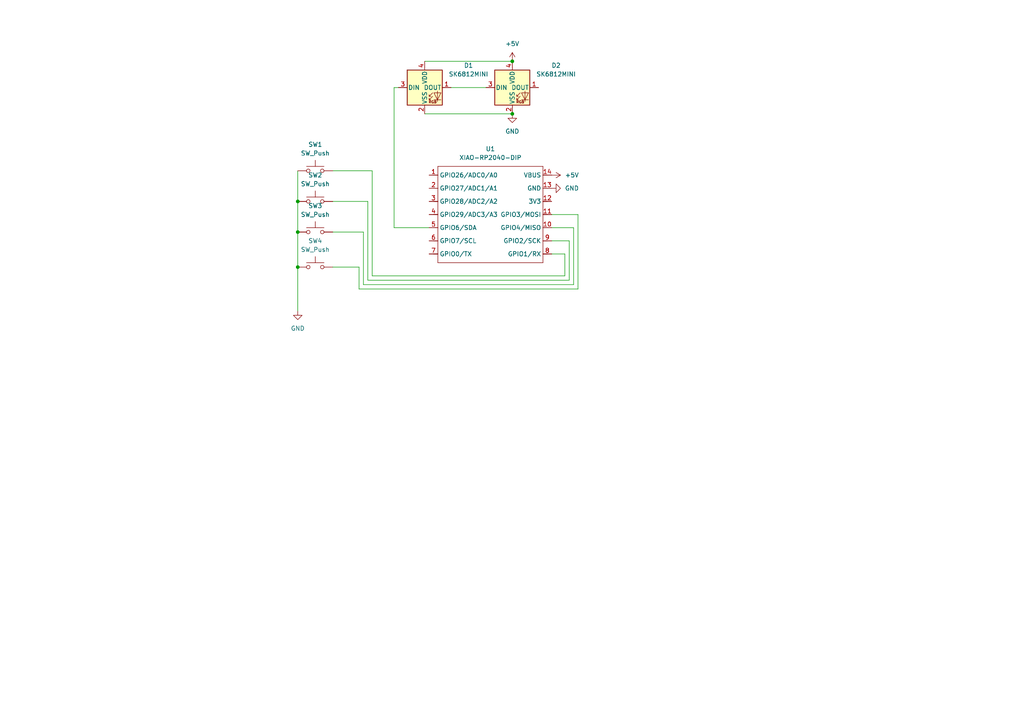
<source format=kicad_sch>
(kicad_sch (version 20250114) (generator "eeschema") (generator_version "9.0")
  (paper "A4")
  (lib_symbols
    (symbol "LED:SK6812MINI" (pin_names (offset 0.254))
      (property "Reference" "D" (at 5.08 5.715 0))
      (property "Value" "SK6812MINI" (at 1.27 -5.715 0))
      (symbol "SK6812MINI_0_0"
        (text "RGB" (at 2.286 -4.191 0) (effects (font (size 0.762 0.762))))
      )
      (symbol "SK6812MINI_0_1"
        (polyline (pts (xy 1.27 -2.54) (xy 1.778 -2.54)))
        (polyline (pts (xy 1.27 -3.556) (xy 1.778 -3.556)))
        (polyline (pts (xy 2.286 -1.524) (xy 1.27 -2.54) (xy 1.27 -2.032)))
        (polyline (pts (xy 2.286 -2.54) (xy 1.27 -3.556) (xy 1.27 -3.048)))
        (polyline (pts (xy 3.683 -1.016) (xy 3.683 -3.556) (xy 3.683 -4.064)))
        (polyline (pts (xy 4.699 -1.524) (xy 2.667 -1.524) (xy 3.683 -3.556) (xy 4.699 -1.524)))
        (polyline (pts (xy 4.699 -3.556) (xy 2.667 -3.556)))
        (rectangle (start 5.08 5.08) (end -5.08 -5.08) (stroke (width 0.254)) (fill (type background)))
      )
      (symbol "SK6812MINI_1_1"
        (pin input line (at -7.62 0 0) (length 2.54) (name "DIN") (number "3"))
        (pin power_in line (at 0 7.62 270) (length 2.54) (name "VDD") (number "4"))
        (pin power_in line (at 0 -7.62 90) (length 2.54) (name "VSS") (number "2"))
        (pin output line (at 7.62 0 180) (length 2.54) (name "DOUT") (number "1"))
      )
    )
    (symbol "OPL:XIAO-RP2040-DIP"
      (property "Reference" "U" (at 0 0 0))
      (property "Value" "XIAO-RP2040-DIP" (at 5.334 -1.778 0))
      (symbol "XIAO-RP2040-DIP_1_0"
        (polyline (pts (xy -1.27 -2.54) (xy 29.21 -2.54)) (stroke (width 0.1524)))
        (polyline (pts (xy -1.27 -5.08) (xy -2.54 -5.08)) (stroke (width 0.1524)))
        (polyline (pts (xy -1.27 -5.08) (xy -1.27 -2.54)) (stroke (width 0.1524)))
        (polyline (pts (xy -1.27 -8.89) (xy -2.54 -8.89)) (stroke (width 0.1524)))
        (polyline (pts (xy -1.27 -8.89) (xy -1.27 -5.08)) (stroke (width 0.1524)))
        (polyline (pts (xy -1.27 -12.7) (xy -2.54 -12.7)) (stroke (width 0.1524)))
        (polyline (pts (xy -1.27 -12.7) (xy -1.27 -8.89)) (stroke (width 0.1524)))
        (polyline (pts (xy -1.27 -16.51) (xy -2.54 -16.51)) (stroke (width 0.1524)))
        (polyline (pts (xy -1.27 -16.51) (xy -1.27 -12.7)) (stroke (width 0.1524)))
        (polyline (pts (xy -1.27 -20.32) (xy -2.54 -20.32)) (stroke (width 0.1524)))
        (polyline (pts (xy -1.27 -24.13) (xy -2.54 -24.13)) (stroke (width 0.1524)))
        (polyline (pts (xy -1.27 -27.94) (xy -2.54 -27.94)) (stroke (width 0.1524)))
        (polyline (pts (xy -1.27 -30.48) (xy -1.27 -16.51)) (stroke (width 0.1524)))
        (polyline (pts (xy 29.21 -2.54) (xy 29.21 -5.08)) (stroke (width 0.1524)))
        (polyline (pts (xy 29.21 -5.08) (xy 29.21 -8.89)) (stroke (width 0.1524)))
        (polyline (pts (xy 29.21 -8.89) (xy 29.21 -12.7)) (stroke (width 0.1524)))
        (polyline (pts (xy 29.21 -12.7) (xy 29.21 -30.48)) (stroke (width 0.1524)))
        (polyline (pts (xy 29.21 -30.48) (xy -1.27 -30.48)) (stroke (width 0.1524)))
        (polyline (pts (xy 30.48 -5.08) (xy 29.21 -5.08)) (stroke (width 0.1524)))
        (polyline (pts (xy 30.48 -8.89) (xy 29.21 -8.89)) (stroke (width 0.1524)))
        (polyline (pts (xy 30.48 -12.7) (xy 29.21 -12.7)) (stroke (width 0.1524)))
        (polyline (pts (xy 30.48 -16.51) (xy 29.21 -16.51)) (stroke (width 0.1524)))
        (polyline (pts (xy 30.48 -20.32) (xy 29.21 -20.32)) (stroke (width 0.1524)))
        (polyline (pts (xy 30.48 -24.13) (xy 29.21 -24.13)) (stroke (width 0.1524)))
        (polyline (pts (xy 30.48 -27.94) (xy 29.21 -27.94)) (stroke (width 0.1524)))
        (pin passive line (at -3.81 -5.08 0) (length 2.54) (name "GPIO26/ADC0/A0") (number "1"))
        (pin passive line (at -3.81 -8.89 0) (length 2.54) (name "GPIO27/ADC1/A1") (number "2"))
        (pin passive line (at -3.81 -12.7 0) (length 2.54) (name "GPIO28/ADC2/A2") (number "3"))
        (pin passive line (at -3.81 -16.51 0) (length 2.54) (name "GPIO29/ADC3/A3") (number "4"))
        (pin passive line (at -3.81 -20.32 0) (length 2.54) (name "GPIO6/SDA") (number "5"))
        (pin passive line (at -3.81 -24.13 0) (length 2.54) (name "GPIO7/SCL") (number "6"))
        (pin passive line (at -3.81 -27.94 0) (length 2.54) (name "GPIO0/TX") (number "7"))
        (pin passive line (at 31.75 -5.08 180) (length 2.54) (name "VBUS") (number "14"))
        (pin passive line (at 31.75 -8.89 180) (length 2.54) (name "GND") (number "13"))
        (pin passive line (at 31.75 -12.7 180) (length 2.54) (name "3V3") (number "12"))
        (pin passive line (at 31.75 -16.51 180) (length 2.54) (name "GPIO3/MOSI") (number "11"))
        (pin passive line (at 31.75 -20.32 180) (length 2.54) (name "GPIO4/MISO") (number "10"))
        (pin passive line (at 31.75 -24.13 180) (length 2.54) (name "GPIO2/SCK") (number "9"))
        (pin passive line (at 31.75 -27.94 180) (length 2.54) (name "GPIO1/RX") (number "8"))
      )
    )
    (symbol "Switch:SW_Push" (pin_numbers (hide yes)) (pin_names (offset 1.016) (hide yes))
      (property "Reference" "SW" (at 1.27 2.54 0))
      (property "Value" "SW_Push" (at 0 -1.524 0))
      (symbol "SW_Push_0_1"
        (circle (center -2.032 0) (radius 0.508))
        (polyline (pts (xy 0 1.27) (xy 0 3.048)))
        (circle (center 2.032 0) (radius 0.508))
        (polyline (pts (xy 2.54 1.27) (xy -2.54 1.27)))
        (pin passive line (at -5.08 0 0) (length 2.54) (name "1") (number "1"))
        (pin passive line (at 5.08 0 180) (length 2.54) (name "2") (number "2"))
      )
    )
    (symbol "power:+5V" (power) (pin_numbers (hide yes)) (pin_names (offset 0) (hide yes))
      (property "Value" "+5V" (at 0 3.556 0))
      (symbol "+5V_0_1"
        (polyline (pts (xy -0.762 1.27) (xy 0 2.54)))
        (polyline (pts (xy 0 2.54) (xy 0.762 1.27)))
        (polyline (pts (xy 0 0) (xy 0 2.54)))
      )
      (symbol "+5V_1_1"
        (pin power_in line (at 0 0 90) (length 0) (name "~") (number "1"))
      )
    )
    (symbol "power:GND" (power) (pin_numbers (hide yes)) (pin_names (offset 0) (hide yes))
      (property "Value" "GND" (at 0 -3.81 0))
      (symbol "GND_0_1"
        (polyline (pts (xy 0 0) (xy 0 -1.27) (xy 1.27 -1.27) (xy 0 -2.54) (xy -1.27 -1.27) (xy 0 -1.27)))
      )
      (symbol "GND_1_1"
        (pin power_in line (at 0 0 270) (length 0) (name "~") (number "1"))
      )
    )
  )
  (junction (at 86.36 58.42))
  (junction (at 148.59 33.02))
  (junction (at 86.36 77.47))
  (junction (at 86.36 67.31))
  (junction (at 148.59 17.78))
  (wire (pts (xy 86.36 67.31) (xy 86.36 77.47)))
  (wire (pts (xy 160.02 73.66) (xy 163.83 73.66)))
  (wire (pts (xy 106.68 58.42) (xy 106.68 81.28)))
  (wire (pts (xy 86.36 49.53) (xy 86.36 58.42)))
  (wire (pts (xy 124.46 66.04) (xy 114.3 66.04)))
  (wire (pts (xy 114.3 66.04) (xy 114.3 25.4)))
  (wire (pts (xy 165.1 81.28) (xy 165.1 69.85)))
  (wire (pts (xy 106.68 81.28) (xy 165.1 81.28)))
  (wire (pts (xy 166.37 66.04) (xy 160.02 66.04)))
  (wire (pts (xy 160.02 62.23) (xy 167.64 62.23)))
  (wire (pts (xy 114.3 25.4) (xy 115.57 25.4)))
  (wire (pts (xy 96.52 67.31) (xy 105.41 67.31)))
  (wire (pts (xy 123.19 33.02) (xy 148.59 33.02)))
  (wire (pts (xy 163.83 80.01) (xy 163.83 73.66)))
  (wire (pts (xy 86.36 58.42) (xy 86.36 67.31)))
  (wire (pts (xy 123.19 17.78) (xy 148.59 17.78)))
  (wire (pts (xy 160.02 69.85) (xy 165.1 69.85)))
  (wire (pts (xy 96.52 49.53) (xy 107.95 49.53)))
  (wire (pts (xy 107.95 49.53) (xy 107.95 80.01)))
  (wire (pts (xy 104.14 83.82) (xy 167.64 83.82)))
  (wire (pts (xy 105.41 67.31) (xy 105.41 82.55)))
  (wire (pts (xy 105.41 82.55) (xy 166.37 82.55)))
  (wire (pts (xy 86.36 77.47) (xy 86.36 90.17)))
  (wire (pts (xy 130.81 25.4) (xy 140.97 25.4)))
  (wire (pts (xy 107.95 80.01) (xy 163.83 80.01)))
  (wire (pts (xy 96.52 58.42) (xy 106.68 58.42)))
  (wire (pts (xy 166.37 82.55) (xy 166.37 66.04)))
  (wire (pts (xy 167.64 83.82) (xy 167.64 62.23)))
  (wire (pts (xy 96.52 77.47) (xy 104.14 77.47)))
  (wire (pts (xy 104.14 77.47) (xy 104.14 83.82)))
  (symbol (lib_id "LED:SK6812MINI") (at 123.19 25.4 0) (unit 1)
    (property "Reference" "D1" (at 135.89 18.9798 0))
    (property "Value" "SK6812MINI" (at 135.89 21.5198 0))
    (property "Footprint" "LED_SMD:LED_SK6812MINI_PLCC4_3.5x3.5mm_P1.75mm" (effects (hide yes)))
    (property "Datasheet" "https://cdn-shop.adafruit.com/product-files/2686/SK6812MINI_REV.01-1-2.pdf" (effects (hide yes)))
    (property "Description" "RGB LED with integrated controller" (effects (hide yes)))
  )
  (symbol (lib_id "Switch:SW_Push") (at 91.44 58.42 0) (unit 1)
    (property "Reference" "SW2" (at 91.44 50.8 0))
    (property "Value" "SW_Push" (at 91.44 53.34 0))
    (property "Footprint" "Button_Switch_Keyboard:SW_Cherry_MX_1.00u_PCB" (effects (hide yes)))
    (property "Description" "Push button switch, generic, two pins" (effects (hide yes)))
  )
  (symbol (lib_id "LED:SK6812MINI") (at 148.59 25.4 0) (unit 1)
    (property "Reference" "D2" (at 161.29 18.9798 0))
    (property "Value" "SK6812MINI" (at 161.29 21.5198 0))
    (property "Footprint" "LED_SMD:LED_SK6812MINI_PLCC4_3.5x3.5mm_P1.75mm" (effects (hide yes)))
    (property "Datasheet" "https://cdn-shop.adafruit.com/product-files/2686/SK6812MINI_REV.01-1-2.pdf" (effects (hide yes)))
    (property "Description" "RGB LED with integrated controller" (effects (hide yes)))
  )
  (symbol (lib_id "Switch:SW_Push") (at 91.44 77.47 0) (unit 1)
    (property "Reference" "SW4" (at 91.44 69.85 0))
    (property "Value" "SW_Push" (at 91.44 72.39 0))
    (property "Footprint" "Button_Switch_Keyboard:SW_Cherry_MX_1.00u_PCB" (effects (hide yes)))
    (property "Description" "Push button switch, generic, two pins" (effects (hide yes)))
  )
  (symbol (lib_id "Switch:SW_Push") (at 91.44 49.53 0) (unit 1)
    (property "Reference" "SW1" (at 91.44 41.91 0))
    (property "Value" "SW_Push" (at 91.44 44.45 0))
    (property "Footprint" "Button_Switch_Keyboard:SW_Cherry_MX_1.00u_PCB" (effects (hide yes)))
    (property "Description" "Push button switch, generic, two pins" (effects (hide yes)))
  )
  (symbol (lib_id "Switch:SW_Push") (at 91.44 67.31 0) (unit 1)
    (property "Reference" "SW3" (at 91.44 59.69 0))
    (property "Value" "SW_Push" (at 91.44 62.23 0))
    (property "Footprint" "Button_Switch_Keyboard:SW_Cherry_MX_1.00u_PCB" (effects (hide yes)))
    (property "Description" "Push button switch, generic, two pins" (effects (hide yes)))
  )
  (symbol (lib_id "power:+5V") (at 148.59 17.78 0) (unit 1)
    (property "Reference" "#PWR03" (effects (hide yes)))
    (property "Value" "+5V" (at 148.59 12.7 0))
    (property "Description" "Power symbol creates a global label with name \"+5V\"" (effects (hide yes)))
  )
  (symbol (lib_id "power:GND") (at 148.59 33.02 0) (unit 1)
    (property "Reference" "#PWR04" (effects (hide yes)))
    (property "Value" "GND" (at 148.59 38.1 0))
    (property "Description" "Power symbol creates a global label with name \"GND\" , ground" (effects (hide yes)))
  )
  (symbol (lib_id "power:GND") (at 160.02 54.61 90) (unit 1)
    (property "Reference" "#PWR01" (effects (hide yes)))
    (property "Value" "GND" (at 163.83 54.6099 90) (effects (justify right)))
    (property "Description" "Power symbol creates a global label with name \"GND\" , ground" (effects (hide yes)))
  )
  (symbol (lib_id "power:GND") (at 86.36 90.17 0) (unit 1)
    (property "Reference" "#PWR05" (effects (hide yes)))
    (property "Value" "GND" (at 86.36 95.25 0))
    (property "Description" "Power symbol creates a global label with name \"GND\" , ground" (effects (hide yes)))
  )
  (symbol (lib_id "power:+5V") (at 160.02 50.8 270) (unit 1)
    (property "Reference" "#PWR02" (effects (hide yes)))
    (property "Value" "+5V" (at 163.83 50.7999 90) (effects (justify left)))
    (property "Description" "Power symbol creates a global label with name \"+5V\"" (effects (hide yes)))
  )
  (symbol (lib_id "OPL:XIAO-RP2040-DIP") (at 128.27 45.72 0) (unit 1)
    (property "Reference" "U1" (at 142.24 43.18 0))
    (property "Value" "XIAO-RP2040-DIP" (at 142.24 45.72 0))
    (property "Footprint" "OPL:XIAO-RP2040-DIP" (effects (hide yes)))
  )
)
</source>
